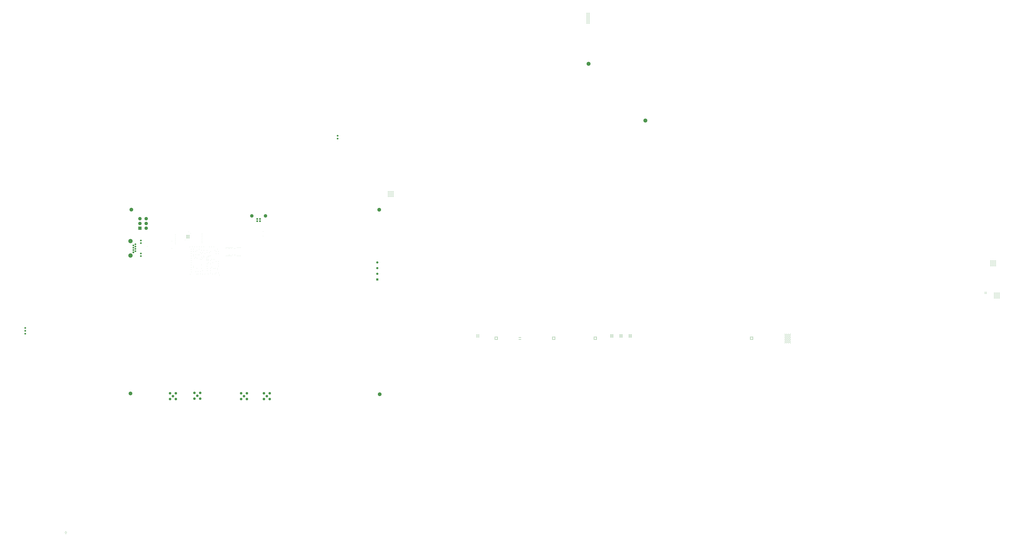
<source format=gbr>
G04*
G04 #@! TF.GenerationSoftware,Altium Limited,Altium Designer,22.11.1 (43)*
G04*
G04 Layer_Physical_Order=5*
G04 Layer_Color=16440176*
%FSLAX44Y44*%
%MOMM*%
G71*
G04*
G04 #@! TF.SameCoordinates,685F9FB9-B41E-4883-9AF5-229453B53175*
G04*
G04*
G04 #@! TF.FilePolarity,Positive*
G04*
G01*
G75*
%ADD98C,3.3020*%
%ADD99C,0.6000*%
%ADD100C,3.8100*%
G04:AMPARAMS|DCode=101|XSize=1.524mm|YSize=1.524mm|CornerRadius=0mm|HoleSize=0mm|Usage=FLASHONLY|Rotation=270.000|XOffset=0mm|YOffset=0mm|HoleType=Round|Shape=Octagon|*
%AMOCTAGOND101*
4,1,8,-0.3810,-0.7620,0.3810,-0.7620,0.7620,-0.3810,0.7620,0.3810,0.3810,0.7620,-0.3810,0.7620,-0.7620,0.3810,-0.7620,-0.3810,-0.3810,-0.7620,0.0*
%
%ADD101OCTAGOND101*%

%ADD102C,1.5240*%
%ADD103C,1.9050*%
%ADD104R,1.9050X1.9050*%
%ADD105C,3.5000*%
%ADD106C,3.0000*%
%ADD107C,1.6000*%
%ADD108C,2.2000*%
%ADD109R,3.0000X3.0000*%
%ADD110C,0.2700*%
%ADD111C,0.3302*%
%ADD112C,0.2032*%
%ADD113C,0.2400*%
%ADD114C,0.2540*%
%ADD115C,0.5000*%
%ADD116C,0.5080*%
%ADD117C,0.5588*%
D98*
X-69850Y71628D02*
D03*
X2121154Y65024D02*
D03*
X2116836Y1688592D02*
D03*
X-62213Y1689432D02*
D03*
D99*
X445687Y1462339D02*
D03*
X445687Y1451639D02*
D03*
Y1440939D02*
D03*
X434987Y1462339D02*
D03*
Y1451639D02*
D03*
Y1440939D02*
D03*
X424287Y1462339D02*
D03*
X424287Y1451639D02*
D03*
X424287Y1440939D02*
D03*
D100*
X-69850Y1286002D02*
D03*
Y1413002D02*
D03*
D101*
X-44450Y1313942D02*
D03*
D102*
Y1334262D02*
D03*
Y1354582D02*
D03*
Y1374902D02*
D03*
X-26670Y1324102D02*
D03*
Y1344422D02*
D03*
Y1364742D02*
D03*
Y1385062D02*
D03*
X21590Y1280922D02*
D03*
Y1395222D02*
D03*
Y1418082D02*
D03*
Y1303782D02*
D03*
X1751400Y2339760D02*
D03*
Y2314360D02*
D03*
X-995000Y597200D02*
D03*
Y622600D02*
D03*
Y648000D02*
D03*
D103*
X2100000Y1225000D02*
D03*
Y1175000D02*
D03*
Y1125000D02*
D03*
D104*
Y1075000D02*
D03*
D105*
X4457580Y2473300D02*
D03*
X3957580Y2973300D02*
D03*
D106*
X996640Y1634754D02*
D03*
X1117040Y1634754D02*
D03*
X13208Y1567942D02*
D03*
Y1609942D02*
D03*
X68208Y1525942D02*
D03*
Y1567942D02*
D03*
Y1609942D02*
D03*
D107*
X1069340Y1607754D02*
D03*
X1044340D02*
D03*
X1069340Y1587754D02*
D03*
X1044340D02*
D03*
D108*
X902800Y73280D02*
D03*
Y22480D02*
D03*
X953600D02*
D03*
Y73280D02*
D03*
X928200Y47880D02*
D03*
X1103600Y73280D02*
D03*
Y22480D02*
D03*
X1154400D02*
D03*
Y73280D02*
D03*
X1129000Y47880D02*
D03*
X492220Y77090D02*
D03*
Y26290D02*
D03*
X543020D02*
D03*
Y77090D02*
D03*
X517620Y51690D02*
D03*
X277800Y73280D02*
D03*
Y22480D02*
D03*
X328600D02*
D03*
Y73280D02*
D03*
X303200Y47880D02*
D03*
D109*
X13208Y1525942D02*
D03*
D110*
X1096330Y1496251D02*
D03*
Y1457135D02*
D03*
X77271Y1366528D02*
D03*
X442487Y1494458D02*
D03*
X410487Y1421739D02*
D03*
X324862Y1388072D02*
D03*
X324773Y1400963D02*
D03*
X324862Y1415713D02*
D03*
X324736Y1428442D02*
D03*
X324696Y1440923D02*
D03*
X324682Y1455603D02*
D03*
X324696Y1469758D02*
D03*
X559055Y1398029D02*
D03*
X558752Y1409711D02*
D03*
X558877Y1423931D02*
D03*
X559000Y1437973D02*
D03*
Y1451773D02*
D03*
Y1464973D02*
D03*
Y1477579D02*
D03*
X459487Y1481539D02*
D03*
D111*
X294513Y1348166D02*
D03*
X294640Y1411903D02*
D03*
X703395Y1301775D02*
D03*
X683330Y1301730D02*
D03*
X703187Y1321400D02*
D03*
X683000D02*
D03*
X634397Y1173127D02*
D03*
X644740Y1183140D02*
D03*
X514740Y1173140D02*
D03*
X524740Y1143140D02*
D03*
X564740Y1153140D02*
D03*
X554799Y1172538D02*
D03*
X554740Y1203140D02*
D03*
X663128Y1361570D02*
D03*
X643260Y1362260D02*
D03*
X623260D02*
D03*
X603260Y1331660D02*
D03*
Y1311660D02*
D03*
Y1271660D02*
D03*
X613260Y1281660D02*
D03*
X683260Y1232740D02*
D03*
X703260D02*
D03*
Y1213140D02*
D03*
Y1192740D02*
D03*
X683260Y1132740D02*
D03*
X703260D02*
D03*
X713260Y1112740D02*
D03*
X673260Y1123140D02*
D03*
X653260D02*
D03*
X613260D02*
D03*
X584740Y1122740D02*
D03*
X564740D02*
D03*
X544740Y1123740D02*
D03*
Y1143140D02*
D03*
X504740D02*
D03*
X515080Y1261920D02*
D03*
X574740Y1281660D02*
D03*
X575080Y1271920D02*
D03*
X564740Y1261660D02*
D03*
X543958Y1252460D02*
D03*
X554740Y1251660D02*
D03*
Y1271660D02*
D03*
X504740Y1291660D02*
D03*
X524740D02*
D03*
X534740D02*
D03*
X584740Y1301660D02*
D03*
X575080Y1331660D02*
D03*
X554740D02*
D03*
X564740Y1311660D02*
D03*
X554740Y1301660D02*
D03*
X544740Y1311660D02*
D03*
X504740Y1321660D02*
D03*
X514740Y1331660D02*
D03*
X484740Y1341660D02*
D03*
X534740D02*
D03*
X494740Y1361660D02*
D03*
X514740D02*
D03*
X574740D02*
D03*
X694670Y1161730D02*
D03*
Y1173070D02*
D03*
X663300Y1171700D02*
D03*
X675000Y1173400D02*
D03*
X695000Y1341400D02*
D03*
X625400Y1311000D02*
D03*
X634740Y1321660D02*
D03*
X623600Y1282000D02*
D03*
X634740Y1283140D02*
D03*
X664000Y1251903D02*
D03*
X644000Y1252903D02*
D03*
X633600Y1211700D02*
D03*
X654400Y1222000D02*
D03*
X604700Y1171700D02*
D03*
Y1153100D02*
D03*
X601787Y1260187D02*
D03*
X602000Y1250000D02*
D03*
X633600Y1132000D02*
D03*
Y1152000D02*
D03*
X514000Y1122400D02*
D03*
X524500Y1122900D02*
D03*
X465000Y1141400D02*
D03*
X455400Y1121000D02*
D03*
X484400Y1192000D02*
D03*
Y1182000D02*
D03*
X463400Y1163000D02*
D03*
X464400Y1182000D02*
D03*
X464000Y1203000D02*
D03*
X464400Y1222400D02*
D03*
Y1261873D02*
D03*
Y1242200D02*
D03*
X503340Y1271740D02*
D03*
X495000Y1261400D02*
D03*
X484660Y1281740D02*
D03*
X484340Y1292740D02*
D03*
X464437Y1281740D02*
D03*
X464740Y1301660D02*
D03*
X474000Y1363000D02*
D03*
X484340Y1322000D02*
D03*
X603600Y1192000D02*
D03*
X604700Y1211700D02*
D03*
X634740Y1241660D02*
D03*
X614200Y1242200D02*
D03*
X614137Y1253000D02*
D03*
X464400Y1322000D02*
D03*
X464740Y1341660D02*
D03*
X453000Y1361000D02*
D03*
X614000Y1222400D02*
D03*
X602870Y1243870D02*
D03*
X614000Y1273000D02*
D03*
D112*
X850775Y1346743D02*
D03*
X826498Y1290466D02*
D03*
X794447D02*
D03*
X802447D02*
D03*
X842775Y1290415D02*
D03*
X850775D02*
D03*
X842826Y1346743D02*
D03*
X794498Y1346743D02*
D03*
X802498Y1346743D02*
D03*
X818151Y1347091D02*
D03*
X867123Y1282119D02*
D03*
X770151Y1347091D02*
D03*
X867123Y1355091D02*
D03*
X802151Y1282119D02*
D03*
X810151D02*
D03*
X818151D02*
D03*
X875123Y1355091D02*
D03*
X883123Y1355091D02*
D03*
X891123D02*
D03*
X899123D02*
D03*
X826151Y1355091D02*
D03*
X818151Y1355091D02*
D03*
X810151D02*
D03*
X802151D02*
D03*
X794151Y1355091D02*
D03*
X786151Y1355091D02*
D03*
X794151Y1282119D02*
D03*
X786151Y1282119D02*
D03*
X778151D02*
D03*
X770151D02*
D03*
X899123D02*
D03*
X891123D02*
D03*
X883123D02*
D03*
X875123Y1282119D02*
D03*
D113*
X778151Y1355091D02*
D03*
D114*
X770151D02*
D03*
X534740Y1361660D02*
D03*
X554740D02*
D03*
X673000Y1331400D02*
D03*
D115*
X3964580Y3329540D02*
D03*
X3953580D02*
D03*
X3942580D02*
D03*
X3964580Y3340540D02*
D03*
X3953580D02*
D03*
X3942580D02*
D03*
X3964580Y3351540D02*
D03*
X3953580D02*
D03*
X3942580D02*
D03*
X3964580Y3362540D02*
D03*
X3953580D02*
D03*
X3942580D02*
D03*
X3964580Y3373540D02*
D03*
X3953580D02*
D03*
X3942580D02*
D03*
X3964580Y3384540D02*
D03*
X3953580D02*
D03*
X3942580D02*
D03*
X3964580Y3395540D02*
D03*
X3953580D02*
D03*
X3942580D02*
D03*
X3964580Y3406540D02*
D03*
X3953580D02*
D03*
X3942580D02*
D03*
X3964580Y3417540D02*
D03*
X3953580D02*
D03*
X3942580D02*
D03*
X2196760Y1848680D02*
D03*
X2207760D02*
D03*
X2218760D02*
D03*
X2229760D02*
D03*
X2240760D02*
D03*
X2196760Y1837680D02*
D03*
X2207760D02*
D03*
X2218760D02*
D03*
X2229760D02*
D03*
X2240760D02*
D03*
X2196760Y1826680D02*
D03*
X2207760D02*
D03*
X2218760D02*
D03*
X2229760D02*
D03*
X2240760D02*
D03*
X2196760Y1815680D02*
D03*
X2207760D02*
D03*
X2218760D02*
D03*
X2229760D02*
D03*
X2240760D02*
D03*
X2196760Y1804680D02*
D03*
X2207760D02*
D03*
X2218760D02*
D03*
X2229760D02*
D03*
X2240760D02*
D03*
X7492660Y1239080D02*
D03*
X7503660D02*
D03*
X7514660D02*
D03*
X7525660D02*
D03*
X7536660D02*
D03*
X7492660Y1228080D02*
D03*
X7503660D02*
D03*
X7514660D02*
D03*
X7525660D02*
D03*
X7536660D02*
D03*
X7492660Y1217080D02*
D03*
X7503660D02*
D03*
X7514660D02*
D03*
X7525660D02*
D03*
X7536660D02*
D03*
X7492660Y1206080D02*
D03*
X7503660D02*
D03*
X7514660D02*
D03*
X7525660D02*
D03*
X7536660D02*
D03*
X7492660Y1195080D02*
D03*
X7503660D02*
D03*
X7514660D02*
D03*
X7525660D02*
D03*
X7536660D02*
D03*
X7569860Y911800D02*
D03*
X7558860D02*
D03*
X7547860D02*
D03*
X7536860D02*
D03*
X7525860D02*
D03*
X7569860Y922800D02*
D03*
X7558860D02*
D03*
X7547860D02*
D03*
X7536860D02*
D03*
X7525860D02*
D03*
X7569860Y933800D02*
D03*
X7558860D02*
D03*
X7547860D02*
D03*
X7536860D02*
D03*
X7525860D02*
D03*
X7569860Y944800D02*
D03*
X7558860D02*
D03*
X7547860D02*
D03*
X7536860D02*
D03*
X7525860D02*
D03*
X7569860Y955800D02*
D03*
X7558860D02*
D03*
X7547860D02*
D03*
X7536860D02*
D03*
X7525860D02*
D03*
X7443300Y962160D02*
D03*
X7454300D02*
D03*
X7443300Y951160D02*
D03*
X7454300D02*
D03*
X5402560Y554010D02*
D03*
Y561310D02*
D03*
Y568660D02*
D03*
X5387906Y546656D02*
D03*
X5395206D02*
D03*
X5402557D02*
D03*
X5380540Y554010D02*
D03*
Y546660D02*
D03*
Y561310D02*
D03*
Y568660D02*
D03*
X5387910D02*
D03*
X5395210D02*
D03*
X-638000Y-1143500D02*
D03*
X-643750Y-1153000D02*
D03*
X-632250D02*
D03*
X-638000Y-1162500D02*
D03*
X4028420Y554010D02*
D03*
Y561310D02*
D03*
Y568660D02*
D03*
X4013766Y546656D02*
D03*
X4021067D02*
D03*
X4028416D02*
D03*
X4006400Y554010D02*
D03*
Y546660D02*
D03*
Y561310D02*
D03*
Y568660D02*
D03*
X4013770D02*
D03*
X4021070D02*
D03*
X3662660Y554010D02*
D03*
Y561310D02*
D03*
Y568660D02*
D03*
X3648007Y546656D02*
D03*
X3655306D02*
D03*
X3662657D02*
D03*
X3640640Y554010D02*
D03*
Y546660D02*
D03*
Y561310D02*
D03*
Y568660D02*
D03*
X3648010D02*
D03*
X3655310D02*
D03*
X3346540Y547080D02*
D03*
X3354340D02*
D03*
X3362140D02*
D03*
Y564280D02*
D03*
X3354340D02*
D03*
X3346540D02*
D03*
X3157200Y554010D02*
D03*
Y561310D02*
D03*
Y568660D02*
D03*
X3142546Y546656D02*
D03*
X3149846D02*
D03*
X3157196D02*
D03*
X3135180Y554010D02*
D03*
Y546660D02*
D03*
Y561310D02*
D03*
Y568660D02*
D03*
X3142550D02*
D03*
X3149850D02*
D03*
X2993481Y578201D02*
D03*
Y588201D02*
D03*
X2983481Y578201D02*
D03*
X2973481D02*
D03*
Y568201D02*
D03*
Y588201D02*
D03*
X2983481D02*
D03*
Y568201D02*
D03*
X2993481D02*
D03*
D116*
X5686040Y593440D02*
D03*
X5701280D02*
D03*
X5716520D02*
D03*
X5731760D02*
D03*
X5724140Y585820D02*
D03*
X5693660D02*
D03*
X5731760Y578200D02*
D03*
X5716520D02*
D03*
X5701280D02*
D03*
X5686040D02*
D03*
X5724140Y570580D02*
D03*
X5693660D02*
D03*
X5731760Y562960D02*
D03*
X5716520D02*
D03*
X5701280D02*
D03*
X5686040D02*
D03*
X5724140Y555340D02*
D03*
X5693660D02*
D03*
X5731760Y547720D02*
D03*
X5716520D02*
D03*
X5701280D02*
D03*
X5686040D02*
D03*
X5724140Y540100D02*
D03*
X5708900D02*
D03*
X5693660D02*
D03*
X5731760Y532480D02*
D03*
X5716520D02*
D03*
X5701280D02*
D03*
X5724140Y524860D02*
D03*
X5708900D02*
D03*
X5731760Y517240D02*
D03*
X5716520D02*
D03*
X5701280D02*
D03*
X5686040D02*
D03*
Y532480D02*
D03*
X5693660Y524860D02*
D03*
X5708900Y585820D02*
D03*
Y570580D02*
D03*
Y555340D02*
D03*
D117*
X4334600Y588200D02*
D03*
X4324600D02*
D03*
X4314600D02*
D03*
Y578200D02*
D03*
X4324600D02*
D03*
X4334600D02*
D03*
Y568200D02*
D03*
X4324600D02*
D03*
X4314600D02*
D03*
X4253320Y588200D02*
D03*
X4243320D02*
D03*
X4233320D02*
D03*
Y578200D02*
D03*
X4243320D02*
D03*
X4253320D02*
D03*
Y568200D02*
D03*
X4243320D02*
D03*
X4233320D02*
D03*
X4172040Y588200D02*
D03*
X4162040D02*
D03*
X4152040D02*
D03*
Y578200D02*
D03*
X4162040D02*
D03*
X4172040D02*
D03*
Y568200D02*
D03*
X4162040D02*
D03*
X4152040D02*
D03*
M02*

</source>
